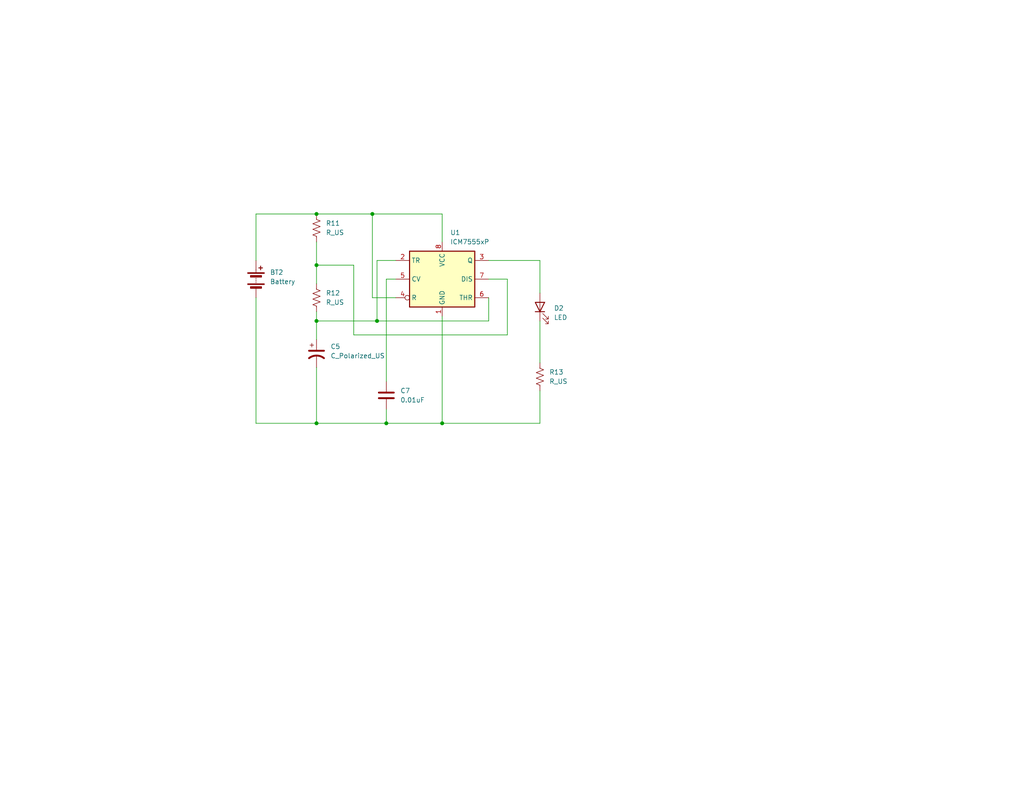
<source format=kicad_sch>
(kicad_sch (version 20231120) (generator "eeschema") (generator_version "8.0")
  (paper "USLetter")
  (title_block (title "555 Basic Blinker") (rev "v1.0") (company "Mason High School Applied Technology") (comment 1 "A classic design that lets an LED turn on and off."))
  (lib_symbols
    (symbol "Device:Battery" (pin_numbers hide) (pin_names (offset 0) hide)
      (property "Reference" "BT" (at 2.54 2.54 0))
      (property "Value" "Battery" (at 2.54 0 0))
      (symbol "Battery_0_1"
        (rectangle (start -2.286 -1.27) (end 2.286 -1.524) (fill (type outline)))
        (rectangle (start -2.286 1.778) (end 2.286 1.524) (fill (type outline)))
        (rectangle (start -1.524 -2.032) (end 1.524 -2.54) (fill (type outline)))
        (rectangle (start -1.524 1.016) (end 1.524 0.508) (fill (type outline)))
        (polyline (pts (xy 0 -1.016) (xy 0 -0.762)))
        (polyline (pts (xy 0 -0.508) (xy 0 -0.254)))
        (polyline (pts (xy 0 0) (xy 0 0.254)))
        (polyline (pts (xy 0 1.778) (xy 0 2.54)))
        (polyline (pts (xy 0.762 3.048) (xy 1.778 3.048)) (stroke (width 0.254)))
        (polyline (pts (xy 1.27 3.556) (xy 1.27 2.54)) (stroke (width 0.254)))
      )
      (symbol "Battery_1_1"
        (pin passive line (at 0 5.08 270) (length 2.54) (name "+") (number "1"))
        (pin passive line (at 0 -5.08 90) (length 2.54) (name "-") (number "2"))
      )
    )
    (symbol "Device:C" (pin_numbers hide) (pin_names (offset 0.254))
      (property "Reference" "C" (at 0.635 2.54 0))
      (property "Value" "C" (at 0.635 -2.54 0))
      (symbol "C_0_1"
        (polyline (pts (xy -2.032 -0.762) (xy 2.032 -0.762)) (stroke (width 0.508)))
        (polyline (pts (xy -2.032 0.762) (xy 2.032 0.762)) (stroke (width 0.508)))
      )
      (symbol "C_1_1"
        (pin passive line (at 0 3.81 270) (length 2.794) (name "~") (number "1"))
        (pin passive line (at 0 -3.81 90) (length 2.794) (name "~") (number "2"))
      )
    )
    (symbol "Device:C_Polarized_US" (pin_numbers hide) (pin_names (offset 0.254) hide)
      (property "Reference" "C" (at 0.635 2.54 0))
      (property "Value" "C_Polarized_US" (at 0.635 -2.54 0))
      (symbol "C_Polarized_US_0_1"
        (polyline (pts (xy -2.032 0.762) (xy 2.032 0.762)) (stroke (width 0.508)))
        (polyline (pts (xy -1.778 2.286) (xy -0.762 2.286)))
        (polyline (pts (xy -1.27 1.778) (xy -1.27 2.794)))
        (arc (start 2.032 -1.27) (mid 0 -0.5572) (end -2.032 -1.27) (stroke (width 0.508)))
      )
      (symbol "C_Polarized_US_1_1"
        (pin passive line (at 0 3.81 270) (length 2.794) (name "~") (number "1"))
        (pin passive line (at 0 -3.81 90) (length 3.302) (name "~") (number "2"))
      )
    )
    (symbol "Device:LED" (pin_numbers hide) (pin_names (offset 1.016) hide)
      (property "Reference" "D" (at 0 2.54 0))
      (property "Value" "LED" (at 0 -2.54 0))
      (symbol "LED_0_1"
        (polyline (pts (xy -1.27 -1.27) (xy -1.27 1.27)) (stroke (width 0.254)))
        (polyline (pts (xy -1.27 0) (xy 1.27 0)))
        (polyline (pts (xy 1.27 -1.27) (xy 1.27 1.27) (xy -1.27 0) (xy 1.27 -1.27)) (stroke (width 0.254)))
        (polyline (pts (xy -3.048 -0.762) (xy -4.572 -2.286) (xy -3.81 -2.286) (xy -4.572 -2.286) (xy -4.572 -1.524)))
        (polyline (pts (xy -1.778 -0.762) (xy -3.302 -2.286) (xy -2.54 -2.286) (xy -3.302 -2.286) (xy -3.302 -1.524)))
      )
      (symbol "LED_1_1"
        (pin passive line (at -3.81 0 0) (length 2.54) (name "K") (number "1"))
        (pin passive line (at 3.81 0 180) (length 2.54) (name "A") (number "2"))
      )
    )
    (symbol "Device:R_US" (pin_numbers hide) (pin_names (offset 0))
      (property "Reference" "R" (at 2.54 0 90))
      (property "Value" "R_US" (at -2.54 0 90))
      (symbol "R_US_0_1"
        (polyline (pts (xy 0 -2.286) (xy 0 -2.54)))
        (polyline (pts (xy 0 2.286) (xy 0 2.54)))
        (polyline (pts (xy 0 -0.762) (xy 1.016 -1.143) (xy 0 -1.524) (xy -1.016 -1.905) (xy 0 -2.286)))
        (polyline (pts (xy 0 0.762) (xy 1.016 0.381) (xy 0 0) (xy -1.016 -0.381) (xy 0 -0.762)))
        (polyline (pts (xy 0 2.286) (xy 1.016 1.905) (xy 0 1.524) (xy -1.016 1.143) (xy 0 0.762)))
      )
      (symbol "R_US_1_1"
        (pin passive line (at 0 3.81 270) (length 1.27) (name "~") (number "1"))
        (pin passive line (at 0 -3.81 90) (length 1.27) (name "~") (number "2"))
      )
    )
    (symbol "Timer:ICM7555xP"
      (property "Reference" "U" (at -10.16 8.89 0))
      (property "Value" "ICM7555xP" (at 2.54 8.89 0))
      (symbol "ICM7555xP_0_0"
        (pin power_in line (at 0 -10.16 90) (length 2.54) (name "GND") (number "1"))
        (pin power_in line (at 0 10.16 270) (length 2.54) (name "VCC") (number "8"))
      )
      (symbol "ICM7555xP_0_1"
        (rectangle (start -8.89 -7.62) (end 8.89 7.62) (stroke (width 0.254)) (fill (type background)))
        (rectangle (start -8.89 -7.62) (end 8.89 7.62) (stroke (width 0.254)) (fill (type background)))
      )
      (symbol "ICM7555xP_1_1"
        (pin input line (at -12.7 5.08 0) (length 3.81) (name "TR") (number "2"))
        (pin output line (at 12.7 5.08 180) (length 3.81) (name "Q") (number "3"))
        (pin input inverted (at -12.7 -5.08 0) (length 3.81) (name "R") (number "4"))
        (pin input line (at -12.7 0 0) (length 3.81) (name "CV") (number "5"))
        (pin input line (at 12.7 -5.08 180) (length 3.81) (name "THR") (number "6"))
        (pin input line (at 12.7 0 180) (length 3.81) (name "DIS") (number "7"))
      )
    )
  )
  (junction (at 86.36 58.42))
  (junction (at 105.41 115.57))
  (junction (at 120.65 115.57))
  (junction (at 102.87 87.63))
  (junction (at 86.36 72.39))
  (junction (at 86.36 87.63))
  (junction (at 101.6 58.42))
  (junction (at 86.36 115.57))
  (wire (pts (xy 69.85 81.28) (xy 69.85 115.57)))
  (wire (pts (xy 138.43 76.2) (xy 138.43 91.44)))
  (wire (pts (xy 86.36 87.63) (xy 86.36 92.71)))
  (wire (pts (xy 86.36 85.09) (xy 86.36 87.63)))
  (wire (pts (xy 69.85 115.57) (xy 86.36 115.57)))
  (wire (pts (xy 86.36 66.04) (xy 86.36 72.39)))
  (wire (pts (xy 107.95 71.12) (xy 102.87 71.12)))
  (wire (pts (xy 120.65 86.36) (xy 120.65 115.57)))
  (wire (pts (xy 133.35 76.2) (xy 138.43 76.2)))
  (wire (pts (xy 120.65 115.57) (xy 147.32 115.57)))
  (wire (pts (xy 96.52 91.44) (xy 96.52 72.39)))
  (wire (pts (xy 147.32 71.12) (xy 147.32 80.01)))
  (wire (pts (xy 102.87 87.63) (xy 133.35 87.63)))
  (wire (pts (xy 120.65 58.42) (xy 101.6 58.42)))
  (wire (pts (xy 101.6 58.42) (xy 86.36 58.42)))
  (wire (pts (xy 138.43 91.44) (xy 96.52 91.44)))
  (wire (pts (xy 96.52 72.39) (xy 86.36 72.39)))
  (wire (pts (xy 86.36 58.42) (xy 69.85 58.42)))
  (wire (pts (xy 107.95 76.2) (xy 105.41 76.2)))
  (wire (pts (xy 86.36 72.39) (xy 86.36 77.47)))
  (wire (pts (xy 147.32 87.63) (xy 147.32 99.06)))
  (wire (pts (xy 102.87 71.12) (xy 102.87 87.63)))
  (wire (pts (xy 102.87 87.63) (xy 86.36 87.63)))
  (wire (pts (xy 69.85 58.42) (xy 69.85 71.12)))
  (wire (pts (xy 105.41 76.2) (xy 105.41 104.14)))
  (wire (pts (xy 107.95 81.28) (xy 101.6 81.28)))
  (wire (pts (xy 86.36 100.33) (xy 86.36 115.57)))
  (wire (pts (xy 86.36 115.57) (xy 105.41 115.57)))
  (wire (pts (xy 105.41 111.76) (xy 105.41 115.57)))
  (wire (pts (xy 101.6 81.28) (xy 101.6 58.42)))
  (wire (pts (xy 120.65 66.04) (xy 120.65 58.42)))
  (wire (pts (xy 133.35 71.12) (xy 147.32 71.12)))
  (wire (pts (xy 105.41 115.57) (xy 120.65 115.57)))
  (wire (pts (xy 133.35 87.63) (xy 133.35 81.28)))
  (wire (pts (xy 147.32 106.68) (xy 147.32 115.57)))
  (symbol (lib_id "Device:R_US") (at 86.36 81.28 0) (unit 1)
    (property "Reference" "R12" (at 88.9 80.0099 0) (effects (justify left)))
    (property "Value" "R_US" (at 88.9 82.5499 0) (effects (justify left)))
    (property "Description" "Resistor, US symbol" (effects (hide yes)))
  )
  (symbol (lib_id "Device:R_US") (at 86.36 62.23 0) (unit 1)
    (property "Reference" "R11" (at 88.9 60.9599 0) (effects (justify left)))
    (property "Value" "R_US" (at 88.9 63.4999 0) (effects (justify left)))
    (property "Description" "Resistor, US symbol" (effects (hide yes)))
  )
  (symbol (lib_id "Device:LED") (at 147.32 83.82 90) (unit 1)
    (property "Reference" "D2" (at 151.13 84.1374 90) (effects (justify right)))
    (property "Value" "LED" (at 151.13 86.6774 90) (effects (justify right)))
    (property "Description" "Light emitting diode" (effects (hide yes)))
  )
  (symbol (lib_id "Device:C") (at 105.41 107.95 0) (unit 1)
    (property "Reference" "C7" (at 109.22 106.6799 0) (effects (justify left)))
    (property "Value" "0.01uF" (at 109.22 109.2199 0) (effects (justify left)))
    (property "Description" "Unpolarized capacitor" (effects (hide yes)))
  )
  (symbol (lib_id "Device:C_Polarized_US") (at 86.36 96.52 0) (unit 1)
    (property "Reference" "C5" (at 90.17 94.6149 0) (effects (justify left)))
    (property "Value" "C_Polarized_US" (at 90.17 97.1549 0) (effects (justify left)))
    (property "Description" "Polarized capacitor, US symbol" (effects (hide yes)))
  )
  (symbol (lib_id "Timer:ICM7555xP") (at 120.65 76.2 0) (unit 1)
    (property "Reference" "U1" (at 122.8441 63.5 0) (effects (justify left)))
    (property "Value" "ICM7555xP" (at 122.8441 66.04 0) (effects (justify left)))
    (property "Footprint" "Package_DIP:DIP-8_W7.62mm" (effects (hide yes)))
    (property "Datasheet" "http://www.intersil.com/content/dam/Intersil/documents/icm7/icm7555-56.pdf" (effects (hide yes)))
    (property "Description" "CMOS General Purpose Timer, 555 compatible, PDIP-8" (effects (hide yes)))
  )
  (symbol (lib_id "Device:R_US") (at 147.32 102.87 0) (unit 1)
    (property "Reference" "R13" (at 149.86 101.5999 0) (effects (justify left)))
    (property "Value" "R_US" (at 149.86 104.1399 0) (effects (justify left)))
    (property "Description" "Resistor, US symbol" (effects (hide yes)))
  )
  (symbol (lib_id "Device:Battery") (at 69.85 76.2 0) (unit 1)
    (property "Reference" "BT2" (at 73.66 74.3584 0) (effects (justify left)))
    (property "Value" "Battery" (at 73.66 76.8984 0) (effects (justify left)))
    (property "Description" "Multiple-cell battery" (effects (hide yes)))
  )
)
</source>
